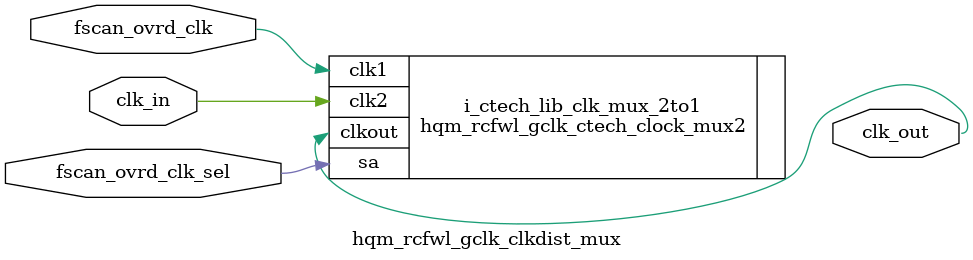
<source format=sv>

module hqm_rcfwl_gclk_clkdist_mux 
                 
		 (
	    input  logic  clk_in ,
	    input  logic  fscan_ovrd_clk, 			  
	    input  logic  fscan_ovrd_clk_sel,
	    output logic  clk_out
	         );

//assign  clk_out = fscan_ovrd_clk_sel ? fscan_ovrd_clk : clk_in ; 

hqm_rcfwl_gclk_ctech_clock_mux2 i_ctech_lib_clk_mux_2to1 (
              .clk1 (fscan_ovrd_clk),
              .clk2 (clk_in),
              .sa (fscan_ovrd_clk_sel),
              .clkout (clk_out)
	      );


endmodule 

</source>
